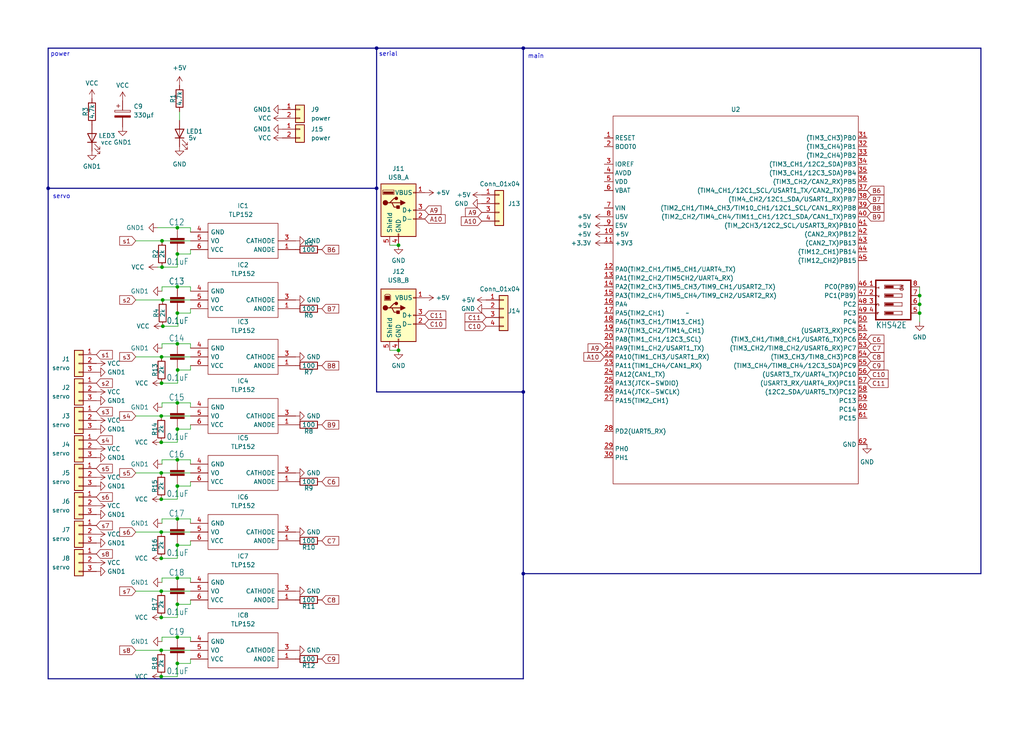
<source format=kicad_sch>
(kicad_sch (version 20231120) (generator "eeschema") (generator_version "8.0")
  (paper "User" 297.002 212.319)
  (title_block (title "ALTAIR_SERVO_MODULE_V2") (date "2024-02-26") (rev "2.0.0") (company "-Altair-"))
  (lib_symbols
    (symbol "Connector:USB_A" (pin_names (offset 1.016))
      (property "Reference" "J" (at -5.08 11.43 0))
      (property "Value" "USB_A" (at -5.08 8.89 0))
      (symbol "USB_A_1_1"
        (pin power_in line (at 7.62 5.08 180) (length 2.54) (name "VBUS") (number "1"))
        (pin bidirectional line (at 7.62 -2.54 180) (length 2.54) (name "D-") (number "2"))
        (pin bidirectional line (at 7.62 0 180) (length 2.54) (name "D+") (number "3"))
        (pin power_in line (at 0 -10.16 90) (length 2.54) (name "GND") (number "4"))
        (pin passive line (at -2.54 -10.16 90) (length 2.54) (name "Shield") (number "5"))
      )
    )
    (symbol "Connector:USB_B" (pin_names (offset 1.016))
      (property "Reference" "J" (at -5.08 11.43 0))
      (property "Value" "USB_B" (at -5.08 8.89 0))
      (symbol "USB_B_1_1"
        (pin power_out line (at 7.62 5.08 180) (length 2.54) (name "VBUS") (number "1"))
        (pin bidirectional line (at 7.62 -2.54 180) (length 2.54) (name "D-") (number "2"))
        (pin bidirectional line (at 7.62 0 180) (length 2.54) (name "D+") (number "3"))
        (pin power_out line (at 0 -10.16 90) (length 2.54) (name "GND") (number "4"))
        (pin passive line (at -2.54 -10.16 90) (length 2.54) (name "Shield") (number "5"))
      )
    )
    (symbol "Connector_Generic:Conn_01x02" (pin_names (offset 1.016) hide)
      (property "Reference" "J" (at 0 2.54 0))
      (property "Value" "Conn_01x02" (at 0 -5.08 0))
      (symbol "Conn_01x02_1_1"
        (pin passive line (at -5.08 0 0) (length 3.81) (name "Pin_1") (number "1"))
        (pin passive line (at -5.08 -2.54 0) (length 3.81) (name "Pin_2") (number "2"))
      )
    )
    (symbol "Connector_Generic:Conn_01x03" (pin_names (offset 1.016) hide)
      (property "Reference" "J" (at 0 5.08 0))
      (property "Value" "Conn_01x03" (at 0 -5.08 0))
      (symbol "Conn_01x03_1_1"
        (pin passive line (at -5.08 2.54 0) (length 3.81) (name "Pin_1") (number "1"))
        (pin passive line (at -5.08 0 0) (length 3.81) (name "Pin_2") (number "2"))
        (pin passive line (at -5.08 -2.54 0) (length 3.81) (name "Pin_3") (number "3"))
      )
    )
    (symbol "Connector_Generic:Conn_01x04" (pin_names (offset 1.016) hide)
      (property "Reference" "J" (at 0 5.08 0))
      (property "Value" "Conn_01x04" (at 0 -7.62 0))
      (symbol "Conn_01x04_1_1"
        (pin passive line (at -5.08 2.54 0) (length 3.81) (name "Pin_1") (number "1"))
        (pin passive line (at -5.08 0 0) (length 3.81) (name "Pin_2") (number "2"))
        (pin passive line (at -5.08 -2.54 0) (length 3.81) (name "Pin_3") (number "3"))
        (pin passive line (at -5.08 -5.08 0) (length 3.81) (name "Pin_4") (number "4"))
      )
    )
    (symbol "Device:C_Polarized" (pin_numbers hide) (pin_names (offset 0.254))
      (property "Reference" "C" (at 0.635 2.54 0))
      (property "Value" "C_Polarized" (at 0.635 -2.54 0))
      (symbol "C_Polarized_1_1"
        (pin passive line (at 0 3.81 270) (length 2.794) (name "~") (number "1"))
        (pin passive line (at 0 -3.81 90) (length 2.794) (name "~") (number "2"))
      )
    )
    (symbol "Device:LED" (pin_numbers hide) (pin_names (offset 1.016) hide)
      (property "Reference" "D" (at 0 2.54 0))
      (property "Value" "LED" (at 0 -2.54 0))
      (symbol "LED_1_1"
        (pin passive line (at -3.81 0 0) (length 2.54) (name "K") (number "1"))
        (pin passive line (at 3.81 0 180) (length 2.54) (name "A") (number "2"))
      )
    )
    (symbol "Device:R" (pin_numbers hide) (pin_names (offset 0))
      (property "Reference" "R" (at 2.032 0 90))
      (property "Value" "R" (at 0 0 90))
      (symbol "R_1_1"
        (pin passive line (at 0 3.81 270) (length 1.27) (name "~") (number "1"))
        (pin passive line (at 0 -3.81 90) (length 1.27) (name "~") (number "2"))
      )
    )
    (symbol "SamacSys_Parts:TLP152" (pin_names (offset 0.762))
      (property "Reference" "IC" (at 26.67 7.62 0))
      (property "Value" "TLP152" (at 26.67 5.08 0))
      (symbol "TLP152_0_0"
        (pin passive line (at 0 0 0) (length 5.08) (name "ANODE") (number "1"))
        (pin passive line (at 0 -2.54 0) (length 5.08) (name "CATHODE") (number "3"))
        (pin passive line (at 30.48 -5.08 180) (length 5.08) (name "GND") (number "4"))
        (pin passive line (at 30.48 -2.54 180) (length 5.08) (name "VO") (number "5"))
        (pin passive line (at 30.48 0 180) (length 5.08) (name "VCC") (number "6"))
      )
    )
    (symbol "power:+3.3V" (power) (pin_names (offset 0))
      (property "Value" "+3.3V" (at 0 3.556 0))
      (symbol "+3.3V_1_1"
        (pin power_in line (at 0 0 90) (length 0) hide (name "+3.3V") (number "1"))
      )
    )
    (symbol "power:+5V" (power) (pin_names (offset 0))
      (property "Value" "+5V" (at 0 3.556 0))
      (symbol "+5V_1_1"
        (pin power_in line (at 0 0 90) (length 0) hide (name "+5V") (number "1"))
      )
    )
    (symbol "power:GND" (power) (pin_names (offset 0))
      (property "Value" "GND" (at 0 -3.81 0))
      (symbol "GND_1_1"
        (pin power_in line (at 0 0 270) (length 0) hide (name "GND") (number "1"))
      )
    )
    (symbol "power:GND1" (power) (pin_names (offset 0))
      (property "Value" "GND1" (at 0 -3.81 0))
      (symbol "GND1_1_1"
        (pin power_in line (at 0 0 270) (length 0) hide (name "GND1") (number "1"))
      )
    )
    (symbol "power:VCC" (power) (pin_names (offset 0))
      (property "Value" "VCC" (at 0 3.81 0))
      (symbol "VCC_1_1"
        (pin power_in line (at 0 0 90) (length 0) hide (name "VCC") (number "1"))
      )
    )
    (symbol "stm32F446RE-Nucleo:STM32F446RE-Nucleo"
      (property "Reference" "U" (at 0 0 0))
      (symbol "STM32F446RE-Nucleo_1_1"
        (pin input line (at -24.13 50.8 0) (length 2.54) (name "RESET") (number "1"))
        (pin power_out line (at -24.13 22.86 0) (length 2.54) (name "+5V") (number "10"))
        (pin power_out line (at -24.13 20.32 0) (length 2.54) (name "+3V3") (number "11"))
        (pin bidirectional line (at -24.13 12.7 0) (length 2.54) (name "PA0(TIM2_CH1/TIM5_CH1/UART4_TX)") (number "12"))
        (pin bidirectional line (at -24.13 10.16 0) (length 2.54) (name "PA1(TIM2_CH2/TIM5CH2/UART4_RX)") (number "13"))
        (pin bidirectional line (at -24.13 7.62 0) (length 2.54) (name "PA2(TIM2_CH3/TIM5_CH3/TIM9_CH1/USART2_TX)") (number "14"))
        (pin bidirectional line (at -24.13 5.08 0) (length 2.54) (name "PA3(TIM2_CH4/TIM5_CH4/TIM9_CH2/USART2_RX)") (number "15"))
        (pin bidirectional line (at -24.13 2.54 0) (length 2.54) (name "PA4") (number "16"))
        (pin bidirectional line (at -24.13 0 0) (length 2.54) (name "PA5(TIM2_CH1)") (number "17"))
        (pin bidirectional line (at -24.13 -2.54 0) (length 2.54) (name "PA6(TIM3_CH1/TIM13_CH1)") (number "18"))
        (pin bidirectional line (at -24.13 -5.08 0) (length 2.54) (name "PA7(TIM3_CH2/TIM14_CH1)") (number "19"))
        (pin input line (at -24.13 48.26 0) (length 2.54) (name "BOOT0") (number "2"))
        (pin bidirectional line (at -24.13 -7.62 0) (length 2.54) (name "PA8(TIM1_CH1/12C3_SCL)") (number "20"))
        (pin bidirectional line (at -24.13 -10.16 0) (length 2.54) (name "PA9(TIM1_CH2/USART1_TX)") (number "21"))
        (pin bidirectional line (at -24.13 -12.7 0) (length 2.54) (name "PA10(TIM1_CH3/USART1_RX)") (number "22"))
        (pin bidirectional line (at -24.13 -15.24 0) (length 2.54) (name "PA11(TIM1_CH4/CAN1_RX)") (number "23"))
        (pin bidirectional line (at -24.13 -17.78 0) (length 2.54) (name "PA12(CAN1_TX)") (number "24"))
        (pin bidirectional line (at -24.13 -20.32 0) (length 2.54) (name "PA13(JTCK-SWDIO)") (number "25"))
        (pin bidirectional line (at -24.13 -22.86 0) (length 2.54) (name "PA14(JTCK-SWCLK)") (number "26"))
        (pin bidirectional line (at -24.13 -25.4 0) (length 2.54) (name "PA15(TIM2_CH1)") (number "27"))
        (pin bidirectional line (at -24.13 -34.29 0) (length 2.54) (name "PD2(UART5_RX)") (number "28"))
        (pin bidirectional line (at -24.13 -39.37 0) (length 2.54) (name "PH0") (number "29"))
        (pin input line (at -24.13 43.18 0) (length 2.54) (name "IOREF") (number "3"))
        (pin bidirectional line (at -24.13 -41.91 0) (length 2.54) (name "PH1") (number "30"))
        (pin bidirectional line (at 52.07 50.8 180) (length 2.54) (name "(TIM3_CH3)PB0") (number "31"))
        (pin bidirectional line (at 52.07 48.26 180) (length 2.54) (name "(TIM3_CH4)PB1") (number "32"))
        (pin bidirectional line (at 52.07 45.72 180) (length 2.54) (name "(TIM2_CH4)PB2") (number "33"))
        (pin bidirectional line (at 52.07 43.18 180) (length 2.54) (name "(TIM3_CH1/12C2_SDA)PB3") (number "34"))
        (pin bidirectional line (at 52.07 40.64 180) (length 2.54) (name "(TIM3_CH1/12C3_SDA)PB4") (number "35"))
        (pin bidirectional line (at 52.07 38.1 180) (length 2.54) (name "(TIM3_CH2/CAN2_RX)PB5") (number "36"))
        (pin bidirectional line (at 52.07 35.56 180) (length 2.54) (name "(TIM4_CH1/12C1_SCL/USART1_TX/CAN2_TX)PB6") (number "37"))
        (pin bidirectional line (at 52.07 33.02 180) (length 2.54) (name "(TIM4_CH2/12C1_SDA/USART1_RX)PB7") (number "38"))
        (pin bidirectional line (at 52.07 30.48 180) (length 2.54) (name "(TIM2_CH1/TIM4_CH3/TIM10_CH1/12C1_SCL/CAN1_RX)PB8") (number "39"))
        (pin input line (at -24.13 40.64 0) (length 2.54) (name "AVDD") (number "4"))
        (pin bidirectional line (at 52.07 27.94 180) (length 2.54) (name "(TIM2_CH2/TIM4_CH4/TIM11_CH1/12C1_SDA/CAN1_TX)PB9") (number "40"))
        (pin bidirectional line (at 52.07 25.4 180) (length 2.54) (name "(TIM_2CH3/12C2_SCL/USART3_RX)PB10") (number "41"))
        (pin bidirectional line (at 52.07 22.86 180) (length 2.54) (name "(CAN2_RX)PB12") (number "42"))
        (pin bidirectional line (at 52.07 20.32 180) (length 2.54) (name "(CAN2_TX)PB13") (number "43"))
        (pin bidirectional line (at 52.07 17.78 180) (length 2.54) (name "(TIM12_CH1)PB14") (number "44"))
        (pin bidirectional line (at 52.07 15.24 180) (length 2.54) (name "(TIM12_CH2)PB15") (number "45"))
        (pin bidirectional line (at 52.07 7.62 180) (length 2.54) (name "PC0(PB9)") (number "46"))
        (pin bidirectional line (at 52.07 5.08 180) (length 2.54) (name "PC1(PB9)") (number "47"))
        (pin bidirectional line (at 52.07 2.54 180) (length 2.54) (name "PC2") (number "48"))
        (pin bidirectional line (at 52.07 0 180) (length 2.54) (name "PC3") (number "49"))
        (pin input line (at -24.13 38.1 0) (length 2.54) (name "VDD") (number "5"))
        (pin bidirectional line (at 52.07 -2.54 180) (length 2.54) (name "PC4") (number "50"))
        (pin bidirectional line (at 52.07 -5.08 180) (length 2.54) (name "(USART3_RX)PC5") (number "51"))
        (pin bidirectional line (at 52.07 -7.62 180) (length 2.54) (name "(TIM3_CH1/TIM8_CH1/USART6_TX)PC6") (number "52"))
        (pin bidirectional line (at 52.07 -10.16 180) (length 2.54) (name "(TIM3_CH2/TIM8_CH2/USART6_RX)PC7") (number "53"))
        (pin bidirectional line (at 52.07 -12.7 180) (length 2.54) (name "(TIM3_CH3/TIM8_CH3)PC8") (number "54"))
        (pin bidirectional line (at 52.07 -15.24 180) (length 2.54) (name "(TIM3_CH4/TIM8_CH4/12C3_SDA)PC9") (number "55"))
        (pin bidirectional line (at 52.07 -17.78 180) (length 2.54) (name "(USART3_TX/UART4_TX)PC10") (number "56"))
        (pin bidirectional line (at 52.07 -20.32 180) (length 2.54) (name "(USART3_RX/UART4_RX)PC11") (number "57"))
        (pin bidirectional line (at 52.07 -22.86 180) (length 2.54) (name "(12C2_SDA/UART5_TX)PC12") (number "58"))
        (pin bidirectional line (at 52.07 -25.4 180) (length 2.54) (name "PC13") (number "59"))
        (pin input line (at -24.13 35.56 0) (length 2.54) (name "VBAT") (number "6"))
        (pin bidirectional line (at 52.07 -27.94 180) (length 2.54) (name "PC14") (number "60"))
        (pin bidirectional line (at 52.07 -30.48 180) (length 2.54) (name "PC15") (number "61"))
        (pin power_out line (at 52.07 -38.1 180) (length 2.54) (name "GND") (number "62"))
        (pin power_in line (at -24.13 30.48 0) (length 2.54) (name "VIN") (number "7"))
        (pin input line (at -24.13 27.94 0) (length 2.54) (name "U5V") (number "8"))
        (pin input line (at -24.13 25.4 0) (length 2.54) (name "E5V") (number "9"))
      )
    )
    (symbol "ver1-eagle-import:C-EUC0603"
      (property "Reference" "C" (at 1.524 0.381 0))
      (symbol "C-EUC0603_1_0"
        (pin passive line (at 0 2.54 270) (length 2.54) (name "1") (number "1"))
        (pin passive line (at 0 -5.08 90) (length 2.54) (name "2") (number "2"))
      )
    )
    (symbol "ver1-eagle-import:KHS42E"
      (symbol "KHS42E_1_0"
        (text "1" (at -2.794 -4.064 0) (effects (font (size 0.9906 0.842) (thickness 0.1684) (bold yes)) (justify left bottom)))
        (text "2" (at -0.381 -4.064 0) (effects (font (size 0.9906 0.842) (thickness 0.1684) (bold yes)) (justify left bottom)))
        (text "3" (at 2.159 -4.064 0) (effects (font (size 0.9906 0.842) (thickness 0.1684) (bold yes)) (justify left bottom)))
        (text "4" (at 4.572 -4.064 0) (effects (font (size 0.9906 0.842) (thickness 0.1684) (bold yes)) (justify left bottom)))
        (text "ON" (at -3.302 3.048 0) (effects (font (size 0.9906 0.842) (thickness 0.1684) (bold yes)) (justify left bottom)))
        (pin passive line (at -2.54 -7.62 90) (length 2.54) (name "1") (number "1"))
        (pin passive line (at 0 -7.62 90) (length 2.54) (name "2") (number "2"))
        (pin passive line (at 2.54 -7.62 90) (length 2.54) (name "3") (number "3"))
        (pin passive line (at 5.08 -7.62 90) (length 2.54) (name "4") (number "4"))
        (pin passive line (at 5.08 7.62 270) (length 2.54) (name "5") (number "5"))
        (pin passive line (at 2.54 7.62 270) (length 2.54) (name "6") (number "6"))
        (pin passive line (at 0 7.62 270) (length 2.54) (name "7") (number "7"))
        (pin passive line (at -2.54 7.62 270) (length 2.54) (name "8") (number "8"))
      )
    )
  )
  (junction (at 51.4393 175.26))
  (junction (at 109.22 13.97))
  (junction (at 46.7665 144.78))
  (junction (at 51.435 158.115))
  (junction (at 51.5186 107.315))
  (junction (at 46.99 69.85))
  (junction (at 51.435 83.185))
  (junction (at 46.7665 120.65))
  (junction (at 51.435 124.46))
  (junction (at 46.99 77.47))
  (junction (at 266.7 88.265))
  (junction (at 151.765 13.97))
  (junction (at 151.765 166.37))
  (junction (at 51.435 90.805))
  (junction (at 115.57 71.12))
  (junction (at 51.435 192.405))
  (junction (at 46.7665 128.27))
  (junction (at 47.1805 86.995))
  (junction (at 46.7665 188.595))
  (junction (at 51.435 150.495))
  (junction (at 13.97 54.61))
  (junction (at 51.435 66.04))
  (junction (at 47.2224 94.615))
  (junction (at 51.435 99.695))
  (junction (at 46.8501 103.505))
  (junction (at 51.435 116.84))
  (junction (at 46.7665 137.16))
  (junction (at 51.435 73.66))
  (junction (at 266.7 85.725))
  (junction (at 46.7665 161.925))
  (junction (at 51.435 184.785))
  (junction (at 266.7 90.805))
  (junction (at 151.765 113.665))
  (junction (at 46.8501 111.125))
  (junction (at 46.7708 171.45))
  (junction (at 46.7708 179.07))
  (junction (at 46.7665 196.215))
  (junction (at 46.7665 154.305))
  (junction (at 51.435 133.35))
  (junction (at 109.22 54.61))
  (junction (at 51.435 167.64))
  (junction (at 51.435 140.97))
  (junction (at 115.57 101.6))
  (wire (pts (xy 113.03 71.12) (xy 115.57 71.12)))
  (wire (pts (xy 46.7708 171.45) (xy 55.245 171.45)))
  (wire (pts (xy 46.99 116.84) (xy 46.99 118.11)))
  (wire (pts (xy 51.4393 175.26) (xy 55.245 175.26)))
  (wire (pts (xy 55.245 150.495) (xy 55.245 151.765)))
  (wire (pts (xy 55.245 158.115) (xy 55.245 156.845)))
  (bus (pts (xy 284.48 166.37) (xy 151.765 166.37)))
  (wire (pts (xy 51.435 133.35) (xy 55.245 133.35)))
  (wire (pts (xy 46.7665 154.305) (xy 55.245 154.305)))
  (wire (pts (xy 55.245 133.35) (xy 55.245 134.62)))
  (wire (pts (xy 51.435 192.405) (xy 55.245 192.405)))
  (wire (pts (xy 55.245 175.26) (xy 55.245 173.99)))
  (wire (pts (xy 45.72 77.47) (xy 46.99 77.47)))
  (wire (pts (xy 46.99 167.64) (xy 46.99 168.91)))
  (bus (pts (xy 13.97 13.97) (xy 109.22 13.97)))
  (wire (pts (xy 51.435 77.47) (xy 51.435 73.66)))
  (bus (pts (xy 151.765 113.665) (xy 151.765 166.37)))
  (wire (pts (xy 47.1805 94.615) (xy 47.2224 94.615)))
  (wire (pts (xy 51.435 158.115) (xy 55.245 158.115)))
  (wire (pts (xy 46.99 99.695) (xy 51.435 99.695)))
  (wire (pts (xy 51.4393 179.07) (xy 46.7708 179.07)))
  (wire (pts (xy 46.7665 137.16) (xy 55.245 137.16)))
  (wire (pts (xy 266.7 85.725) (xy 266.7 88.265)) (stroke (width 0.1524)))
  (wire (pts (xy 39.37 103.505) (xy 46.8501 103.505)))
  (wire (pts (xy 52.07 32.385) (xy 52.07 34.925)) (stroke (width 0.1524)))
  (wire (pts (xy 55.245 73.66) (xy 55.245 72.39)))
  (bus (pts (xy 13.97 13.97) (xy 13.97 54.61)))
  (bus (pts (xy 13.97 54.61) (xy 13.97 196.85)))
  (wire (pts (xy 46.99 150.495) (xy 51.435 150.495)))
  (wire (pts (xy 55.245 124.46) (xy 55.245 123.19)))
  (wire (pts (xy 51.435 83.185) (xy 55.245 83.185)))
  (wire (pts (xy 51.435 124.46) (xy 51.435 128.27)))
  (wire (pts (xy 46.99 77.47) (xy 51.435 77.47)))
  (bus (pts (xy 109.22 54.61) (xy 109.22 13.97)))
  (bus (pts (xy 151.765 13.97) (xy 151.765 113.665)))
  (wire (pts (xy 51.435 73.66) (xy 55.245 73.66)))
  (wire (pts (xy 47.1805 86.995) (xy 55.245 86.995)))
  (wire (pts (xy 51.435 167.64) (xy 55.245 167.64)))
  (wire (pts (xy 51.435 66.04) (xy 55.245 66.04)))
  (wire (pts (xy 51.6255 93.98) (xy 51.435 93.98)))
  (wire (pts (xy 51.435 184.785) (xy 55.245 184.785)))
  (bus (pts (xy 109.22 13.97) (xy 151.765 13.97)))
  (wire (pts (xy 51.435 116.84) (xy 55.245 116.84)))
  (wire (pts (xy 46.99 83.185) (xy 51.435 83.185)))
  (wire (pts (xy 51.435 124.46) (xy 55.245 124.46)))
  (bus (pts (xy 13.97 196.85) (xy 151.765 196.85)))
  (wire (pts (xy 39.37 137.16) (xy 46.7665 137.16)))
  (bus (pts (xy 13.97 54.61) (xy 109.22 54.61)))
  (wire (pts (xy 266.7 88.265) (xy 266.7 90.805)) (stroke (width 0.1524)))
  (wire (pts (xy 55.245 66.04) (xy 55.245 67.31)))
  (wire (pts (xy 39.37 188.595) (xy 46.7665 188.595)))
  (bus (pts (xy 151.765 13.97) (xy 284.48 13.97)))
  (wire (pts (xy 51.435 128.27) (xy 46.7665 128.27)))
  (wire (pts (xy 51.435 140.97) (xy 51.435 144.78)))
  (bus (pts (xy 151.765 196.85) (xy 151.765 166.37)))
  (wire (pts (xy 46.99 99.695) (xy 46.99 100.965)))
  (wire (pts (xy 55.245 140.97) (xy 55.245 139.7)))
  (wire (pts (xy 51.4393 175.26) (xy 51.4393 179.07)))
  (wire (pts (xy 51.435 175.26) (xy 51.4393 175.26)))
  (wire (pts (xy 51.435 116.84) (xy 46.99 116.84)))
  (wire (pts (xy 47.2224 94.615) (xy 51.6255 94.615)))
  (wire (pts (xy 39.37 154.305) (xy 46.7665 154.305)))
  (wire (pts (xy 51.435 161.925) (xy 46.7665 161.925)))
  (wire (pts (xy 51.5186 111.125) (xy 46.8501 111.125)))
  (wire (pts (xy 39.37 86.995) (xy 47.1805 86.995)))
  (wire (pts (xy 39.37 120.65) (xy 46.7665 120.65)))
  (wire (pts (xy 51.6255 94.615) (xy 51.6255 93.98)))
  (wire (pts (xy 113.03 101.6) (xy 115.57 101.6)))
  (wire (pts (xy 45.72 66.04) (xy 51.435 66.04)))
  (bus (pts (xy 109.22 54.61) (xy 109.22 113.665)))
  (bus (pts (xy 109.22 113.665) (xy 151.765 113.665)))
  (wire (pts (xy 46.99 83.185) (xy 46.99 84.455)))
  (wire (pts (xy 46.99 184.785) (xy 51.435 184.785)))
  (wire (pts (xy 51.435 196.215) (xy 46.7665 196.215)))
  (wire (pts (xy 39.37 69.85) (xy 46.99 69.85)))
  (wire (pts (xy 51.435 93.98) (xy 51.435 90.805)))
  (wire (pts (xy 55.245 192.405) (xy 55.245 191.135)))
  (wire (pts (xy 55.245 107.315) (xy 55.245 106.045)))
  (wire (pts (xy 51.435 99.695) (xy 55.245 99.695)))
  (wire (pts (xy 55.245 90.805) (xy 55.245 89.535)))
  (wire (pts (xy 51.435 192.405) (xy 51.435 196.215)))
  (wire (pts (xy 51.435 158.115) (xy 51.435 161.925)))
  (wire (pts (xy 51.435 140.97) (xy 55.245 140.97)))
  (wire (pts (xy 46.99 167.64) (xy 51.435 167.64)))
  (wire (pts (xy 55.245 83.185) (xy 55.245 84.455)))
  (wire (pts (xy 266.7 90.805) (xy 266.7 93.345)) (stroke (width 0.1524)))
  (wire (pts (xy 55.245 116.84) (xy 55.245 118.11)))
  (wire (pts (xy 46.99 184.785) (xy 46.99 186.055)))
  (bus (pts (xy 284.48 13.97) (xy 284.48 166.37)))
  (wire (pts (xy 51.435 107.315) (xy 51.5186 107.315)))
  (wire (pts (xy 55.245 184.785) (xy 55.245 186.055)))
  (wire (pts (xy 51.435 150.495) (xy 55.245 150.495)))
  (wire (pts (xy 46.99 133.35) (xy 51.435 133.35)))
  (wire (pts (xy 51.5186 107.315) (xy 51.5186 111.125)))
  (wire (pts (xy 46.8501 103.505) (xy 55.245 103.505)))
  (wire (pts (xy 46.7665 188.595) (xy 55.245 188.595)))
  (wire (pts (xy 39.37 171.45) (xy 46.7708 171.45)))
  (wire (pts (xy 51.435 144.78) (xy 46.7665 144.78)))
  (wire (pts (xy 51.5186 107.315) (xy 55.245 107.315)))
  (wire (pts (xy 51.435 90.805) (xy 55.245 90.805)))
  (wire (pts (xy 46.99 133.35) (xy 46.99 134.62)))
  (wire (pts (xy 266.7 83.185) (xy 266.7 85.725)) (stroke (width 0.1524)))
  (wire (pts (xy 55.245 167.64) (xy 55.245 168.91)))
  (wire (pts (xy 46.99 69.85) (xy 55.245 69.85)))
  (wire (pts (xy 55.245 99.695) (xy 55.245 100.965)))
  (wire (pts (xy 46.7665 120.65) (xy 55.245 120.65)))
  (wire (pts (xy 46.99 150.495) (xy 46.99 151.765)))
  (text "serial" (at 109.855 16.51 0) (effects (font (size 1.27 1.27)) (justify left bottom)))
  (text "main\n" (at 153.035 17.145 0) (effects (font (size 1.27 1.27)) (justify left bottom)))
  (text "power\n" (at 14.605 16.51 0) (effects (font (size 1.27 1.27)) (justify left bottom)))
  (text "servo" (at 15.24 57.785 0) (effects (font (size 1.27 1.27)) (justify left bottom)))
  (global_label "C7" (shape input) (at 251.46 100.965 0) (property "Intersheetrefs" "${INTERSHEET_REFS}" (effects (hide yes))))
  (global_label "s4" (shape input) (at 39.37 120.65 180) (property "Intersheetrefs" "${INTERSHEET_REFS}" (effects (hide yes))))
  (global_label "s1" (shape input) (at 39.37 69.85 180) (property "Intersheetrefs" "${INTERSHEET_REFS}" (effects (hide yes))))
  (global_label "C8" (shape input) (at 251.46 103.505 0) (property "Intersheetrefs" "${INTERSHEET_REFS}" (effects (hide yes))))
  (global_label "C11" (shape input) (at 251.46 111.125 0) (property "Intersheetrefs" "${INTERSHEET_REFS}" (effects (hide yes))))
  (global_label "C9" (shape input) (at 93.345 191.135 0) (property "Intersheetrefs" "${INTERSHEET_REFS}" (effects (hide yes))))
  (global_label "B8" (shape input) (at 251.46 60.325 0) (property "Intersheetrefs" "${INTERSHEET_REFS}" (effects (hide yes))))
  (global_label "C11" (shape input) (at 140.97 92.075 180) (property "Intersheetrefs" "${INTERSHEET_REFS}" (effects (hide yes))))
  (global_label "s4" (shape input) (at 27.94 127.635 0) (property "Intersheetrefs" "${INTERSHEET_REFS}" (effects (hide yes))))
  (global_label "C11" (shape input) (at 123.19 91.44 0) (property "Intersheetrefs" "${INTERSHEET_REFS}" (effects (hide yes))))
  (global_label "B6" (shape input) (at 93.345 72.39 0) (property "Intersheetrefs" "${INTERSHEET_REFS}" (effects (hide yes))))
  (global_label "s1" (shape input) (at 27.94 102.87 0) (property "Intersheetrefs" "${INTERSHEET_REFS}" (effects (hide yes))))
  (global_label "s8" (shape input) (at 27.94 160.655 0) (property "Intersheetrefs" "${INTERSHEET_REFS}" (effects (hide yes))))
  (global_label "A9" (shape input) (at 139.7 61.595 180) (property "Intersheetrefs" "${INTERSHEET_REFS}" (effects (hide yes))))
  (global_label "s2" (shape input) (at 39.37 86.995 180) (property "Intersheetrefs" "${INTERSHEET_REFS}" (effects (hide yes))))
  (global_label "s6" (shape input) (at 27.94 144.145 0) (property "Intersheetrefs" "${INTERSHEET_REFS}" (effects (hide yes))))
  (global_label "A9" (shape input) (at 175.26 100.965 180) (property "Intersheetrefs" "${INTERSHEET_REFS}" (effects (hide yes))))
  (global_label "B9" (shape input) (at 251.46 62.865 0) (property "Intersheetrefs" "${INTERSHEET_REFS}" (effects (hide yes))))
  (global_label "s3" (shape input) (at 27.94 119.38 0) (property "Intersheetrefs" "${INTERSHEET_REFS}" (effects (hide yes))))
  (global_label "C10" (shape input) (at 251.46 108.585 0) (property "Intersheetrefs" "${INTERSHEET_REFS}" (effects (hide yes))))
  (global_label "C9" (shape input) (at 251.46 106.045 0) (property "Intersheetrefs" "${INTERSHEET_REFS}" (effects (hide yes))))
  (global_label "A10" (shape input) (at 139.7 64.135 180) (property "Intersheetrefs" "${INTERSHEET_REFS}" (effects (hide yes))))
  (global_label "C6" (shape input) (at 93.345 139.7 0) (property "Intersheetrefs" "${INTERSHEET_REFS}" (effects (hide yes))))
  (global_label "A9" (shape input) (at 123.19 60.96 0) (property "Intersheetrefs" "${INTERSHEET_REFS}" (effects (hide yes))))
  (global_label "B7" (shape input) (at 93.345 89.535 0) (property "Intersheetrefs" "${INTERSHEET_REFS}" (effects (hide yes))))
  (global_label "B6" (shape input) (at 251.46 55.245 0) (property "Intersheetrefs" "${INTERSHEET_REFS}" (effects (hide yes))))
  (global_label "s6" (shape input) (at 39.37 154.305 180) (property "Intersheetrefs" "${INTERSHEET_REFS}" (effects (hide yes))))
  (global_label "C10" (shape input) (at 123.19 93.98 0) (property "Intersheetrefs" "${INTERSHEET_REFS}" (effects (hide yes))))
  (global_label "B9" (shape input) (at 93.345 123.19 0) (property "Intersheetrefs" "${INTERSHEET_REFS}" (effects (hide yes))))
  (global_label "s7" (shape input) (at 27.94 152.4 0) (property "Intersheetrefs" "${INTERSHEET_REFS}" (effects (hide yes))))
  (global_label "s7" (shape input) (at 39.37 171.45 180) (property "Intersheetrefs" "${INTERSHEET_REFS}" (effects (hide yes))))
  (global_label "C10" (shape input) (at 140.97 94.615 180) (property "Intersheetrefs" "${INTERSHEET_REFS}" (effects (hide yes))))
  (global_label "C8" (shape input) (at 93.345 173.99 0) (property "Intersheetrefs" "${INTERSHEET_REFS}" (effects (hide yes))))
  (global_label "A10" (shape input) (at 123.19 63.5 0) (property "Intersheetrefs" "${INTERSHEET_REFS}" (effects (hide yes))))
  (global_label "C7" (shape input) (at 93.345 156.845 0) (property "Intersheetrefs" "${INTERSHEET_REFS}" (effects (hide yes))))
  (global_label "B8" (shape input) (at 93.345 106.045 0) (property "Intersheetrefs" "${INTERSHEET_REFS}" (effects (hide yes))))
  (global_label "B7" (shape input) (at 251.46 57.785 0) (property "Intersheetrefs" "${INTERSHEET_REFS}" (effects (hide yes))))
  (global_label "s5" (shape input) (at 27.94 135.89 0) (property "Intersheetrefs" "${INTERSHEET_REFS}" (effects (hide yes))))
  (global_label "C6" (shape input) (at 251.46 98.425 0) (property "Intersheetrefs" "${INTERSHEET_REFS}" (effects (hide yes))))
  (global_label "s2" (shape input) (at 27.94 111.125 0) (property "Intersheetrefs" "${INTERSHEET_REFS}" (effects (hide yes))))
  (global_label "s5" (shape input) (at 39.37 137.16 180) (property "Intersheetrefs" "${INTERSHEET_REFS}" (effects (hide yes))))
  (global_label "A10" (shape input) (at 175.26 103.505 180) (property "Intersheetrefs" "${INTERSHEET_REFS}" (effects (hide yes))))
  (global_label "s8" (shape input) (at 39.37 188.595 180) (property "Intersheetrefs" "${INTERSHEET_REFS}" (effects (hide yes))))
  (global_label "s3" (shape input) (at 39.37 103.505 180) (property "Intersheetrefs" "${INTERSHEET_REFS}" (effects (hide yes))))
  (symbol (lib_id "power:VCC") (at 27.94 163.195 270) (unit 1)
    (property "Reference" "#PWR039" (effects (hide yes)))
    (property "Value" "VCC" (at 31.115 163.195 90) (effects (justify left)))
  )
  (symbol (lib_id "ver1-eagle-import:C-EUC0603") (at 51.435 102.235 0) (unit 1)
    (property "Reference" "C14" (at 48.895 99.06 0) (effects (font (size 1.778 1.5113)) (justify left bottom)))
    (property "Value" "0.1uF" (at 48.26 110.49 0) (effects (font (size 1.778 1.5113)) (justify left bottom)))
    (property "Footprint" "Capacitor_SMD:C_0603_1608Metric" (effects (hide yes)))
  )
  (symbol (lib_id "power:GND1") (at 46.99 151.765 270) (unit 1)
    (property "Reference" "#PWR061" (effects (hide yes)))
    (property "Value" "GND1" (at 43.18 151.765 90) (effects (justify right)))
  )
  (symbol (lib_id "power:GND1") (at 27.94 107.95 90) (unit 1)
    (property "Reference" "#PWR049" (effects (hide yes)))
    (property "Value" "GND1" (at 31.115 107.95 90) (effects (justify right)))
  )
  (symbol (lib_id "power:+5V") (at 175.26 62.865 90) (unit 1)
    (property "Reference" "#PWR03" (effects (hide yes)))
    (property "Value" "+5V" (at 171.45 62.865 90) (effects (justify left)))
  )
  (symbol (lib_id "SamacSys_Parts:TLP152") (at 85.725 89.535 180) (unit 1)
    (property "Reference" "IC2" (at 70.485 76.835 0))
    (property "Value" "TLP152" (at 70.485 79.375 0))
    (property "Footprint" "SamacSys_Parts:11-4L1S_5-PIN-SOIC_" (effects (hide yes)))
    (property "Datasheet" "https://toshiba.semicon-storage.com/info/docget.jsp?did=13615&prodName=TLP152" (effects (hide yes)))
    (property "Description" "Toshiba TLP152 DC Input IC Output Optocoupler, Surface Mount, 5-Pin SOIC" (effects (hide yes)))
    (property "Manufacturer_Name" "Toshiba" (effects (hide yes)))
    (property "Manufacturer_Part_Number" "TLP152" (effects (hide yes)))
    (property "Mouser Part Number" "N/A" (effects (hide yes)))
    (property "Mouser Price/Stock" "https://www.mouser.co.uk/ProductDetail/Toshiba/TLP152?qs=By6Nw2ByBD2GUhMLt%252Br11A%3D%3D" (effects (hide yes)))
  )
  (symbol (lib_id "power:VCC") (at 46.7665 196.215 90) (unit 1)
    (property "Reference" "#PWR011" (effects (hide yes)))
    (property "Value" "VCC" (at 42.9565 196.215 90) (effects (justify left)))
  )
  (symbol (lib_id "SamacSys_Parts:TLP152") (at 85.725 106.045 180) (unit 1)
    (property "Reference" "IC3" (at 70.485 93.345 0))
    (property "Value" "TLP152" (at 70.485 95.885 0))
    (property "Footprint" "SamacSys_Parts:11-4L1S_5-PIN-SOIC_" (effects (hide yes)))
    (property "Datasheet" "https://toshiba.semicon-storage.com/info/docget.jsp?did=13615&prodName=TLP152" (effects (hide yes)))
    (property "Description" "Toshiba TLP152 DC Input IC Output Optocoupler, Surface Mount, 5-Pin SOIC" (effects (hide yes)))
    (property "Manufacturer_Name" "Toshiba" (effects (hide yes)))
    (property "Manufacturer_Part_Number" "TLP152" (effects (hide yes)))
    (property "Mouser Part Number" "N/A" (effects (hide yes)))
    (property "Mouser Price/Stock" "https://www.mouser.co.uk/ProductDetail/Toshiba/TLP152?qs=By6Nw2ByBD2GUhMLt%252Br11A%3D%3D" (effects (hide yes)))
  )
  (symbol (lib_id "power:GND") (at 85.725 120.65 90) (mirror x) (unit 1)
    (property "Reference" "#PWR058" (effects (hide yes)))
    (property "Value" "GND" (at 88.9 120.65 90) (effects (justify right)))
  )
  (symbol (lib_id "power:GND") (at 139.7 59.055 270) (unit 1)
    (property "Reference" "#PWR025" (effects (hide yes)))
    (property "Value" "GND" (at 135.89 59.055 90) (effects (justify right)))
  )
  (symbol (lib_id "power:GND1") (at 46.99 168.91 270) (unit 1)
    (property "Reference" "#PWR065" (effects (hide yes)))
    (property "Value" "GND1" (at 43.18 168.91 90) (effects (justify right)))
  )
  (symbol (lib_id "Connector_Generic:Conn_01x03") (at 22.86 105.41 0) (mirror y) (unit 1)
    (property "Reference" "J1" (at 20.32 104.14 0) (effects (justify left)))
    (property "Value" "servo" (at 20.32 106.68 0) (effects (justify left)))
    (property "Footprint" "Connector_JST:JST_XA_S03B-XASK-1_1x03_P2.50mm_Horizontal" (effects (hide yes)))
  )
  (symbol (lib_id "power:VCC") (at 81.915 40.005 90) (unit 1)
    (property "Reference" "#PWR076" (effects (hide yes)))
    (property "Value" "VCC" (at 78.74 40.005 90) (effects (justify left)))
  )
  (symbol (lib_id "power:GND") (at 115.57 101.6 0) (unit 1)
    (property "Reference" "#PWR075" (effects (hide yes)))
    (property "Value" "GND" (at 115.57 106.045 0))
  )
  (symbol (lib_id "Device:LED") (at 26.67 40.005 90) (unit 1)
    (property "Reference" "LED3" (at 28.575 39.37 90) (effects (justify right)))
    (property "Value" "vcc" (at 29.21 41.275 90) (effects (justify right)))
    (property "Footprint" "LED_SMD:LED_0603_1608Metric" (effects (hide yes)))
  )
  (symbol (lib_id "Connector_Generic:Conn_01x03") (at 22.86 154.94 0) (mirror y) (unit 1)
    (property "Reference" "J7" (at 20.32 153.67 0) (effects (justify left)))
    (property "Value" "servo" (at 20.32 156.21 0) (effects (justify left)))
    (property "Footprint" "Connector_JST:JST_XA_S03B-XASK-1_1x03_P2.50mm_Horizontal" (effects (hide yes)))
  )
  (symbol (lib_id "power:GND1") (at 26.67 43.815 0) (unit 1)
    (property "Reference" "#PWR028" (effects (hide yes)))
    (property "Value" "GND1" (at 26.67 48.26 0))
  )
  (symbol (lib_id "power:+5V") (at 52.07 24.765 0) (unit 1)
    (property "Reference" "#PWR027" (effects (hide yes)))
    (property "Value" "+5V" (at 52.07 19.685 0))
  )
  (symbol (lib_id "power:GND1") (at 27.94 165.735 90) (unit 1)
    (property "Reference" "#PWR045" (effects (hide yes)))
    (property "Value" "GND1" (at 31.115 165.735 90) (effects (justify right)))
  )
  (symbol (lib_id "SamacSys_Parts:TLP152") (at 85.725 123.19 180) (unit 1)
    (property "Reference" "IC4" (at 70.485 110.49 0))
    (property "Value" "TLP152" (at 70.485 113.03 0))
    (property "Footprint" "SamacSys_Parts:11-4L1S_5-PIN-SOIC_" (effects (hide yes)))
    (property "Datasheet" "https://toshiba.semicon-storage.com/info/docget.jsp?did=13615&prodName=TLP152" (effects (hide yes)))
    (property "Description" "Toshiba TLP152 DC Input IC Output Optocoupler, Surface Mount, 5-Pin SOIC" (effects (hide yes)))
    (property "Manufacturer_Name" "Toshiba" (effects (hide yes)))
    (property "Manufacturer_Part_Number" "TLP152" (effects (hide yes)))
    (property "Mouser Part Number" "N/A" (effects (hide yes)))
    (property "Mouser Price/Stock" "https://www.mouser.co.uk/ProductDetail/Toshiba/TLP152?qs=By6Nw2ByBD2GUhMLt%252Br11A%3D%3D" (effects (hide yes)))
  )
  (symbol (lib_id "Connector_Generic:Conn_01x02") (at 86.995 37.465 0) (unit 1)
    (property "Reference" "J15" (at 90.17 37.465 0) (effects (justify left)))
    (property "Value" "power" (at 90.17 40.005 0) (effects (justify left)))
    (property "Footprint" "Connector_AMASS:AMASS_XT60PW-M_1x02_P7.20mm_Horizontal" (effects (hide yes)))
  )
  (symbol (lib_id "power:GND1") (at 46.99 134.62 270) (unit 1)
    (property "Reference" "#PWR059" (effects (hide yes)))
    (property "Value" "GND1" (at 43.18 134.62 90) (effects (justify right)))
  )
  (symbol (lib_id "power:GND1") (at 46.99 100.965 270) (unit 1)
    (property "Reference" "#PWR053" (effects (hide yes)))
    (property "Value" "GND1" (at 43.18 100.965 90) (effects (justify right)))
  )
  (symbol (lib_id "Device:R") (at 89.535 191.135 90) (mirror x) (unit 1)
    (property "Reference" "R12" (at 89.535 193.04 90))
    (property "Value" "100" (at 89.535 191.135 90))
    (property "Footprint" "Resistor_SMD:R_0603_1608Metric" (effects (hide yes)))
  )
  (symbol (lib_id "power:GND") (at 85.725 154.305 90) (mirror x) (unit 1)
    (property "Reference" "#PWR064" (effects (hide yes)))
    (property "Value" "GND" (at 88.9 154.305 90) (effects (justify right)))
  )
  (symbol (lib_id "SamacSys_Parts:TLP152") (at 85.725 173.99 180) (unit 1)
    (property "Reference" "IC7" (at 70.485 161.29 0))
    (property "Value" "TLP152" (at 70.485 163.83 0))
    (property "Footprint" "SamacSys_Parts:11-4L1S_5-PIN-SOIC_" (effects (hide yes)))
    (property "Datasheet" "https://toshiba.semicon-storage.com/info/docget.jsp?did=13615&prodName=TLP152" (effects (hide yes)))
    (property "Description" "Toshiba TLP152 DC Input IC Output Optocoupler, Surface Mount, 5-Pin SOIC" (effects (hide yes)))
    (property "Manufacturer_Name" "Toshiba" (effects (hide yes)))
    (property "Manufacturer_Part_Number" "TLP152" (effects (hide yes)))
    (property "Mouser Part Number" "N/A" (effects (hide yes)))
    (property "Mouser Price/Stock" "https://www.mouser.co.uk/ProductDetail/Toshiba/TLP152?qs=By6Nw2ByBD2GUhMLt%252Br11A%3D%3D" (effects (hide yes)))
  )
  (symbol (lib_id "power:GND1") (at 46.99 118.11 270) (unit 1)
    (property "Reference" "#PWR055" (effects (hide yes)))
    (property "Value" "GND1" (at 43.18 118.11 90) (effects (justify right)))
  )
  (symbol (lib_id "power:GND") (at 85.725 171.45 90) (mirror x) (unit 1)
    (property "Reference" "#PWR069" (effects (hide yes)))
    (property "Value" "GND" (at 88.9 171.45 90) (effects (justify right)))
  )
  (symbol (lib_id "ver1-eagle-import:C-EUC0603") (at 51.435 170.18 0) (unit 1)
    (property "Reference" "C18" (at 48.895 167.005 0) (effects (font (size 1.778 1.5113)) (justify left bottom)))
    (property "Value" "0.1uF" (at 48.26 178.435 0) (effects (font (size 1.778 1.5113)) (justify left bottom)))
    (property "Footprint" "Capacitor_SMD:C_0603_1608Metric" (effects (hide yes)))
  )
  (symbol (lib_id "Device:R") (at 46.7665 192.405 180) (unit 1)
    (property "Reference" "R18" (at 44.8615 192.405 90))
    (property "Value" "2k" (at 46.7665 192.405 90))
    (property "Footprint" "Resistor_SMD:R_0603_1608Metric" (effects (hide yes)))
  )
  (symbol (lib_id "power:GND1") (at 46.99 186.055 270) (unit 1)
    (property "Reference" "#PWR067" (effects (hide yes)))
    (property "Value" "GND1" (at 43.18 186.055 90) (effects (justify right)))
  )
  (symbol (lib_id "power:VCC") (at 27.94 146.685 270) (unit 1)
    (property "Reference" "#PWR037" (effects (hide yes)))
    (property "Value" "VCC" (at 31.115 146.685 90) (effects (justify left)))
  )
  (symbol (lib_id "power:GND") (at 85.725 103.505 90) (mirror x) (unit 1)
    (property "Reference" "#PWR057" (effects (hide yes)))
    (property "Value" "GND" (at 88.9 103.505 90) (effects (justify right)))
  )
  (symbol (lib_id "Device:R") (at 89.535 106.045 90) (mirror x) (unit 1)
    (property "Reference" "R7" (at 89.535 107.95 90))
    (property "Value" "100" (at 89.535 106.045 90))
    (property "Footprint" "Resistor_SMD:R_0603_1608Metric" (effects (hide yes)))
  )
  (symbol (lib_id "Device:R") (at 46.7708 175.26 180) (unit 1)
    (property "Reference" "R17" (at 44.8658 175.26 90))
    (property "Value" "2k" (at 46.7708 175.26 90))
    (property "Footprint" "Resistor_SMD:R_0603_1608Metric" (effects (hide yes)))
  )
  (symbol (lib_id "power:VCC") (at 27.94 130.175 270) (unit 1)
    (property "Reference" "#PWR035" (effects (hide yes)))
    (property "Value" "VCC" (at 31.115 130.175 90) (effects (justify left)))
  )
  (symbol (lib_id "power:GND") (at 266.7 93.345 0) (mirror y) (unit 1)
    (property "Reference" "#PWR012" (effects (hide yes)))
    (property "Value" "GND" (at 266.7 97.79 0))
  )
  (symbol (lib_id "power:+5V") (at 140.97 86.995 90) (mirror x) (unit 1)
    (property "Reference" "#PWR030" (effects (hide yes)))
    (property "Value" "+5V" (at 137.795 86.995 90) (effects (justify left)))
  )
  (symbol (lib_id "power:GND1") (at 27.94 116.205 90) (unit 1)
    (property "Reference" "#PWR040" (effects (hide yes)))
    (property "Value" "GND1" (at 31.115 116.205 90) (effects (justify right)))
  )
  (symbol (lib_id "ver1-eagle-import:C-EUC0603") (at 51.435 135.89 0) (unit 1)
    (property "Reference" "C16" (at 48.895 132.715 0) (effects (font (size 1.778 1.5113)) (justify left bottom)))
    (property "Value" "0.1uF" (at 48.26 144.145 0) (effects (font (size 1.778 1.5113)) (justify left bottom)))
    (property "Footprint" "Capacitor_SMD:C_0603_1608Metric" (effects (hide yes)))
  )
  (symbol (lib_id "ver1-eagle-import:KHS42E") (at 259.08 85.725 270) (unit 1)
    (property "Reference" "S2" (effects (hide yes)))
    (property "Value" "KHS42E" (at 254 95.25 90) (effects (font (size 1.778 1.5113)) (justify left bottom)))
    (property "Footprint" "SamacSys_Parts:SOIC127P600X175-8N" (effects (hide yes)))
  )
  (symbol (lib_id "Connector_Generic:Conn_01x03") (at 22.86 163.195 0) (mirror y) (unit 1)
    (property "Reference" "J8" (at 20.32 161.925 0) (effects (justify left)))
    (property "Value" "servo" (at 20.32 164.465 0) (effects (justify left)))
    (property "Footprint" "Connector_JST:JST_XA_S03B-XASK-1_1x03_P2.50mm_Horizontal" (effects (hide yes)))
  )
  (symbol (lib_id "power:VCC") (at 45.72 77.47 90) (unit 1)
    (property "Reference" "#PWR052" (effects (hide yes)))
    (property "Value" "VCC" (at 41.91 77.47 90) (effects (justify left)))
  )
  (symbol (lib_id "power:+5V") (at 123.19 55.88 270) (unit 1)
    (property "Reference" "#PWR072" (effects (hide yes)))
    (property "Value" "+5V" (at 126.365 55.88 90) (effects (justify left)))
  )
  (symbol (lib_id "Device:R") (at 26.67 32.385 180) (unit 1)
    (property "Reference" "R3" (at 24.765 32.385 90))
    (property "Value" "4.7k" (at 26.67 32.385 90))
    (property "Footprint" "Resistor_SMD:R_0603_1608Metric" (effects (hide yes)))
  )
  (symbol (lib_id "power:GND") (at 115.57 71.12 0) (unit 1)
    (property "Reference" "#PWR074" (effects (hide yes)))
    (property "Value" "GND" (at 115.57 75.565 0))
  )
  (symbol (lib_id "Device:LED") (at 52.07 38.735 90) (unit 1)
    (property "Reference" "LED1" (at 53.975 38.1 90) (effects (justify right)))
    (property "Value" "5v" (at 54.61 40.005 90) (effects (justify right)))
    (property "Footprint" "LED_SMD:LED_0603_1608Metric" (effects (hide yes)))
  )
  (symbol (lib_id "power:GND") (at 85.725 137.16 90) (mirror x) (unit 1)
    (property "Reference" "#PWR063" (effects (hide yes)))
    (property "Value" "GND" (at 88.9 137.16 90) (effects (justify right)))
  )
  (symbol (lib_id "power:VCC") (at 35.56 29.21 0) (unit 1)
    (property "Reference" "#PWR021" (effects (hide yes)))
    (property "Value" "VCC" (at 35.56 24.765 0))
  )
  (symbol (lib_id "Device:R") (at 46.7665 140.97 180) (unit 1)
    (property "Reference" "R15" (at 44.8615 140.97 90))
    (property "Value" "2k" (at 46.7665 140.97 90))
    (property "Footprint" "Resistor_SMD:R_0603_1608Metric" (effects (hide yes)))
  )
  (symbol (lib_id "power:+3.3V") (at 175.26 70.485 90) (unit 1)
    (property "Reference" "#PWR06" (effects (hide yes)))
    (property "Value" "+3.3V" (at 171.45 70.485 90) (effects (justify left)))
  )
  (symbol (lib_id "power:VCC") (at 47.2224 94.615 90) (unit 1)
    (property "Reference" "#PWR050" (effects (hide yes)))
    (property "Value" "VCC" (at 43.4124 94.615 90) (effects (justify left)))
  )
  (symbol (lib_id "stm32F446RE-Nucleo:STM32F446RE-Nucleo") (at 199.39 90.805 0) (unit 1)
    (property "Reference" "U2" (at 213.36 31.75 0))
    (property "Value" "~" (at 199.39 90.805 0))
    (property "Footprint" "Library:STM32F446RE_Nucleo" (effects (hide yes)))
  )
  (symbol (lib_id "power:VCC") (at 26.67 28.575 0) (unit 1)
    (property "Reference" "#PWR023" (effects (hide yes)))
    (property "Value" "VCC" (at 26.67 24.13 0))
  )
  (symbol (lib_id "Connector:USB_B") (at 115.57 91.44 0) (unit 1)
    (property "Reference" "J12" (at 115.57 78.74 0))
    (property "Value" "USB_B" (at 115.57 81.28 0))
    (property "Footprint" "Connector_USB:USB_B_Lumberg_2411_02_Horizontal" (effects (hide yes)))
    (property "Datasheet" " ~" (effects (hide yes)))
  )
  (symbol (lib_id "Connector_Generic:Conn_01x04") (at 146.05 89.535 0) (unit 1)
    (property "Reference" "J14" (at 147.32 90.17 0) (effects (justify left)))
    (property "Value" "Conn_01x04" (at 139.065 83.82 0) (effects (justify left)))
    (property "Footprint" "Connector_JST:JST_XA_B04B-XASK-1_1x04_P2.50mm_Vertical" (effects (hide yes)))
  )
  (symbol (lib_id "power:GND1") (at 81.915 37.465 270) (unit 1)
    (property "Reference" "#PWR077" (effects (hide yes)))
    (property "Value" "GND1" (at 78.74 37.465 90) (effects (justify right)))
  )
  (symbol (lib_id "power:VCC") (at 46.7665 144.78 90) (unit 1)
    (property "Reference" "#PWR08" (effects (hide yes)))
    (property "Value" "VCC" (at 42.9565 144.78 90) (effects (justify left)))
  )
  (symbol (lib_id "power:VCC") (at 46.7665 161.925 90) (unit 1)
    (property "Reference" "#PWR09" (effects (hide yes)))
    (property "Value" "VCC" (at 42.9565 161.925 90) (effects (justify left)))
  )
  (symbol (lib_id "power:+5V") (at 175.26 65.405 90) (unit 1)
    (property "Reference" "#PWR02" (effects (hide yes)))
    (property "Value" "+5V" (at 171.45 65.405 90) (effects (justify left)))
  )
  (symbol (lib_id "power:GND") (at 85.725 86.995 90) (mirror x) (unit 1)
    (property "Reference" "#PWR046" (effects (hide yes)))
    (property "Value" "GND" (at 88.9 86.995 90) (effects (justify right)))
  )
  (symbol (lib_id "power:GND1") (at 45.72 66.04 270) (unit 1)
    (property "Reference" "#PWR051" (effects (hide yes)))
    (property "Value" "GND1" (at 41.91 66.04 90) (effects (justify right)))
  )
  (symbol (lib_id "power:GND") (at 85.725 69.85 90) (unit 1)
    (property "Reference" "#PWR048" (effects (hide yes)))
    (property "Value" "GND" (at 88.9 69.85 90) (effects (justify right)))
  )
  (symbol (lib_id "Device:R") (at 47.1805 90.805 180) (unit 1)
    (property "Reference" "R4" (at 45.2755 90.805 90))
    (property "Value" "2k" (at 47.1805 90.805 90))
    (property "Footprint" "Resistor_SMD:R_0603_1608Metric" (effects (hide yes)))
  )
  (symbol (lib_id "Device:R") (at 46.7665 158.115 180) (unit 1)
    (property "Reference" "R16" (at 44.8615 158.115 90))
    (property "Value" "2k" (at 46.7665 158.115 90))
    (property "Footprint" "Resistor_SMD:R_0603_1608Metric" (effects (hide yes)))
  )
  (symbol (lib_id "SamacSys_Parts:TLP152") (at 85.725 156.845 180) (unit 1)
    (property "Reference" "IC6" (at 70.485 144.145 0))
    (property "Value" "TLP152" (at 70.485 146.685 0))
    (property "Footprint" "SamacSys_Parts:11-4L1S_5-PIN-SOIC_" (effects (hide yes)))
    (property "Datasheet" "https://toshiba.semicon-storage.com/info/docget.jsp?did=13615&prodName=TLP152" (effects (hide yes)))
    (property "Description" "Toshiba TLP152 DC Input IC Output Optocoupler, Surface Mount, 5-Pin SOIC" (effects (hide yes)))
    (property "Manufacturer_Name" "Toshiba" (effects (hide yes)))
    (property "Manufacturer_Part_Number" "TLP152" (effects (hide yes)))
    (property "Mouser Part Number" "N/A" (effects (hide yes)))
    (property "Mouser Price/Stock" "https://www.mouser.co.uk/ProductDetail/Toshiba/TLP152?qs=By6Nw2ByBD2GUhMLt%252Br11A%3D%3D" (effects (hide yes)))
  )
  (symbol (lib_id "ver1-eagle-import:C-EUC0603") (at 51.435 119.38 0) (unit 1)
    (property "Reference" "C15" (at 48.895 116.205 0) (effects (font (size 1.778 1.5113)) (justify left bottom)))
    (property "Value" "0.1uF" (at 48.26 127.635 0) (effects (font (size 1.778 1.5113)) (justify left bottom)))
    (property "Footprint" "Capacitor_SMD:C_0603_1608Metric" (effects (hide yes)))
  )
  (symbol (lib_id "power:VCC") (at 27.94 121.92 270) (unit 1)
    (property "Reference" "#PWR034" (effects (hide yes)))
    (property "Value" "VCC" (at 31.115 121.92 90) (effects (justify left)))
  )
  (symbol (lib_id "power:+5V") (at 175.26 67.945 90) (unit 1)
    (property "Reference" "#PWR01" (effects (hide yes)))
    (property "Value" "+5V" (at 171.45 67.945 90) (effects (justify left)))
  )
  (symbol (lib_id "power:VCC") (at 81.915 34.29 90) (unit 1)
    (property "Reference" "#PWR016" (effects (hide yes)))
    (property "Value" "VCC" (at 78.74 34.29 90) (effects (justify left)))
  )
  (symbol (lib_id "Connector_Generic:Conn_01x03") (at 22.86 146.685 0) (mirror y) (unit 1)
    (property "Reference" "J6" (at 20.32 145.415 0) (effects (justify left)))
    (property "Value" "servo" (at 20.32 147.955 0) (effects (justify left)))
    (property "Footprint" "Connector_JST:JST_XA_S03B-XASK-1_1x03_P2.50mm_Horizontal" (effects (hide yes)))
  )
  (symbol (lib_id "Device:R") (at 89.535 89.535 90) (mirror x) (unit 1)
    (property "Reference" "R6" (at 89.535 91.44 90))
    (property "Value" "100" (at 89.535 89.535 90))
    (property "Footprint" "Resistor_SMD:R_0603_1608Metric" (effects (hide yes)))
  )
  (symbol (lib_id "power:GND") (at 52.07 42.545 0) (unit 1)
    (property "Reference" "#PWR04" (effects (hide yes)))
    (property "Value" "GND" (at 52.07 47.625 0))
  )
  (symbol (lib_id "power:VCC") (at 27.94 113.665 270) (unit 1)
    (property "Reference" "#PWR033" (effects (hide yes)))
    (property "Value" "VCC" (at 31.115 113.665 90) (effects (justify left)))
  )
  (symbol (lib_id "Device:R") (at 89.535 123.19 90) (mirror x) (unit 1)
    (property "Reference" "R8" (at 89.535 125.095 90))
    (property "Value" "100" (at 89.535 123.19 90))
    (property "Footprint" "Resistor_SMD:R_0603_1608Metric" (effects (hide yes)))
  )
  (symbol (lib_id "ver1-eagle-import:C-EUC0603") (at 51.435 187.325 0) (unit 1)
    (property "Reference" "C19" (at 48.895 184.15 0) (effects (font (size 1.778 1.5113)) (justify left bottom)))
    (property "Value" "0.1uF" (at 48.26 195.58 0) (effects (font (size 1.778 1.5113)) (justify left bottom)))
    (property "Footprint" "Capacitor_SMD:C_0603_1608Metric" (effects (hide yes)))
  )
  (symbol (lib_id "Connector_Generic:Conn_01x02") (at 86.995 31.75 0) (unit 1)
    (property "Reference" "J9" (at 90.17 31.75 0) (effects (justify left)))
    (property "Value" "power" (at 90.17 34.29 0) (effects (justify left)))
    (property "Footprint" "Connector_AMASS:AMASS_XT60PW-M_1x02_P7.20mm_Horizontal" (effects (hide yes)))
  )
  (symbol (lib_id "Connector_Generic:Conn_01x03") (at 22.86 138.43 0) (mirror y) (unit 1)
    (property "Reference" "J5" (at 20.32 137.16 0) (effects (justify left)))
    (property "Value" "servo" (at 20.32 139.7 0) (effects (justify left)))
    (property "Footprint" "Connector_JST:JST_XA_S03B-XASK-1_1x03_P2.50mm_Horizontal" (effects (hide yes)))
  )
  (symbol (lib_id "power:VCC") (at 27.94 105.41 270) (unit 1)
    (property "Reference" "#PWR032" (effects (hide yes)))
    (property "Value" "VCC" (at 31.115 105.41 90) (effects (justify left)))
  )
  (symbol (lib_id "Device:R") (at 46.8501 107.315 180) (unit 1)
    (property "Reference" "R13" (at 44.9451 107.315 90))
    (property "Value" "2k" (at 46.8501 107.315 90))
    (property "Footprint" "Resistor_SMD:R_0603_1608Metric" (effects (hide yes)))
  )
  (symbol (lib_id "power:VCC") (at 46.8501 111.125 90) (unit 1)
    (property "Reference" "#PWR054" (effects (hide yes)))
    (property "Value" "VCC" (at 43.0401 111.125 90) (effects (justify left)))
  )
  (symbol (lib_id "Connector_Generic:Conn_01x03") (at 22.86 113.665 0) (mirror y) (unit 1)
    (property "Reference" "J2" (at 20.32 112.395 0) (effects (justify left)))
    (property "Value" "servo" (at 20.32 114.935 0) (effects (justify left)))
    (property "Footprint" "Connector_JST:JST_XA_S03B-XASK-1_1x03_P2.50mm_Horizontal" (effects (hide yes)))
  )
  (symbol (lib_id "power:GND1") (at 27.94 157.48 90) (unit 1)
    (property "Reference" "#PWR044" (effects (hide yes)))
    (property "Value" "GND1" (at 31.115 157.48 90) (effects (justify right)))
  )
  (symbol (lib_id "ver1-eagle-import:C-EUC0603") (at 51.435 85.725 0) (unit 1)
    (property "Reference" "C13" (at 48.895 82.55 0) (effects (font (size 1.778 1.5113)) (justify left bottom)))
    (property "Value" "0.1uF" (at 48.26 93.98 0) (effects (font (size 1.778 1.5113)) (justify left bottom)))
    (property "Footprint" "Capacitor_SMD:C_0603_1608Metric" (effects (hide yes)))
  )
  (symbol (lib_id "power:VCC") (at 46.7665 128.27 90) (unit 1)
    (property "Reference" "#PWR05" (effects (hide yes)))
    (property "Value" "VCC" (at 42.9565 128.27 90) (effects (justify left)))
  )
  (symbol (lib_id "Device:R") (at 89.535 173.99 90) (mirror x) (unit 1)
    (property "Reference" "R11" (at 89.535 175.895 90))
    (property "Value" "100" (at 89.535 173.99 90))
    (property "Footprint" "Resistor_SMD:R_0603_1608Metric" (effects (hide yes)))
  )
  (symbol (lib_id "power:VCC") (at 27.94 154.94 270) (unit 1)
    (property "Reference" "#PWR038" (effects (hide yes)))
    (property "Value" "VCC" (at 31.115 154.94 90) (effects (justify left)))
  )
  (symbol (lib_id "power:GND") (at 85.725 188.595 90) (mirror x) (unit 1)
    (property "Reference" "#PWR070" (effects (hide yes)))
    (property "Value" "GND" (at 88.9 188.595 90) (effects (justify right)))
  )
  (symbol (lib_id "Device:C_Polarized") (at 35.56 33.02 0) (unit 1)
    (property "Reference" "C9" (at 38.735 30.861 0) (effects (justify left)))
    (property "Value" "330μf" (at 38.735 33.401 0) (effects (justify left)))
    (property "Footprint" "Capacitor_SMD:CP_Elec_10x10" (effects (hide yes)))
  )
  (symbol (lib_id "power:VCC") (at 27.94 138.43 270) (unit 1)
    (property "Reference" "#PWR036" (effects (hide yes)))
    (property "Value" "VCC" (at 31.115 138.43 90) (effects (justify left)))
  )
  (symbol (lib_id "power:GND1") (at 27.94 149.225 90) (unit 1)
    (property "Reference" "#PWR043" (effects (hide yes)))
    (property "Value" "GND1" (at 31.115 149.225 90) (effects (justify right)))
  )
  (symbol (lib_id "Device:R") (at 52.07 28.575 180) (unit 1)
    (property "Reference" "R1" (at 50.165 28.575 90))
    (property "Value" "4.7k" (at 52.07 28.575 90))
    (property "Footprint" "Resistor_SMD:R_0603_1608Metric" (effects (hide yes)))
  )
  (symbol (lib_id "SamacSys_Parts:TLP152") (at 85.725 72.39 180) (unit 1)
    (property "Reference" "IC1" (at 70.485 59.69 0))
    (property "Value" "TLP152" (at 69.85 62.23 0))
    (property "Footprint" "SamacSys_Parts:11-4L1S_5-PIN-SOIC_" (effects (hide yes)))
    (property "Datasheet" "https://toshiba.semicon-storage.com/info/docget.jsp?did=13615&prodName=TLP152" (effects (hide yes)))
    (property "Description" "Toshiba TLP152 DC Input IC Output Optocoupler, Surface Mount, 5-Pin SOIC" (effects (hide yes)))
    (property "Manufacturer_Name" "Toshiba" (effects (hide yes)))
    (property "Manufacturer_Part_Number" "TLP152" (effects (hide yes)))
    (property "Mouser Part Number" "N/A" (effects (hide yes)))
    (property "Mouser Price/Stock" "https://www.mouser.co.uk/ProductDetail/Toshiba/TLP152?qs=By6Nw2ByBD2GUhMLt%252Br11A%3D%3D" (effects (hide yes)))
  )
  (symbol (lib_id "ver1-eagle-import:C-EUC0603") (at 51.435 153.035 0) (unit 1)
    (property "Reference" "C17" (at 48.895 149.86 0) (effects (font (size 1.778 1.5113)) (justify left bottom)))
    (property "Value" "0.1uF" (at 48.26 161.29 0) (effects (font (size 1.778 1.5113)) (justify left bottom)))
    (property "Footprint" "Capacitor_SMD:C_0603_1608Metric" (effects (hide yes)))
  )
  (symbol (lib_id "Connector:USB_A") (at 115.57 60.96 0) (unit 1)
    (property "Reference" "J11" (at 115.57 48.895 0))
    (property "Value" "USB_A" (at 115.57 51.435 0))
    (property "Footprint" "Connector_USB:USB_A_Molex_67643_Horizontal" (effects (hide yes)))
    (property "Datasheet" " ~" (effects (hide yes)))
  )
  (symbol (lib_id "power:GND") (at 140.97 89.535 270) (unit 1)
    (property "Reference" "#PWR031" (effects (hide yes)))
    (property "Value" "GND" (at 137.795 89.535 90) (effects (justify right)))
  )
  (symbol (lib_id "Device:R") (at 46.99 73.66 180) (unit 1)
    (property "Reference" "R2" (at 45.085 73.66 90))
    (property "Value" "2k" (at 46.99 73.66 90))
    (property "Footprint" "Resistor_SMD:R_0603_1608Metric" (effects (hide yes)))
  )
  (symbol (lib_id "power:GND1") (at 81.915 31.75 270) (unit 1)
    (property "Reference" "#PWR015" (effects (hide yes)))
    (property "Value" "GND1" (at 78.74 31.75 90) (effects (justify right)))
  )
  (symbol (lib_id "Device:R") (at 46.7665 124.46 180) (unit 1)
    (property "Reference" "R14" (at 44.8615 124.46 90))
    (property "Value" "2k" (at 46.7665 124.46 90))
    (property "Footprint" "Resistor_SMD:R_0603_1608Metric" (effects (hide yes)))
  )
  (symbol (lib_id "Device:R") (at 89.535 156.845 90) (mirror x) (unit 1)
    (property "Reference" "R10" (at 89.535 158.75 90))
    (property "Value" "100" (at 89.535 156.845 90))
    (property "Footprint" "Resistor_SMD:R_0603_1608Metric" (effects (hide yes)))
  )
  (symbol (lib_id "Device:R") (at 89.535 139.7 90) (mirror x) (unit 1)
    (property "Reference" "R9" (at 89.535 141.605 90))
    (property "Value" "100" (at 89.535 139.7 90))
    (property "Footprint" "Resistor_SMD:R_0603_1608Metric" (effects (hide yes)))
  )
  (symbol (lib_id "power:GND1") (at 27.94 140.97 90) (unit 1)
    (property "Reference" "#PWR042" (effects (hide yes)))
    (property "Value" "GND1" (at 31.115 140.97 90) (effects (justify right)))
  )
  (symbol (lib_id "power:VCC") (at 46.7708 179.07 90) (unit 1)
    (property "Reference" "#PWR010" (effects (hide yes)))
    (property "Value" "VCC" (at 42.9608 179.07 90) (effects (justify left)))
  )
  (symbol (lib_id "power:GND1") (at 46.99 84.455 270) (unit 1)
    (property "Reference" "#PWR047" (effects (hide yes)))
    (property "Value" "GND1" (at 43.18 84.455 90) (effects (justify right)))
  )
  (symbol (lib_id "Device:R") (at 89.535 72.39 90) (unit 1)
    (property "Reference" "R5" (at 89.535 70.485 90))
    (property "Value" "100" (at 89.535 72.39 90))
    (property "Footprint" "Resistor_SMD:R_0603_1608Metric" (effects (hide yes)))
  )
  (symbol (lib_id "Connector_Generic:Conn_01x04") (at 144.78 59.055 0) (unit 1)
    (property "Reference" "J13" (at 147.32 59.055 0) (effects (justify left)))
    (property "Value" "Conn_01x04" (at 139.065 53.34 0) (effects (justify left)))
    (property "Footprint" "Connector_JST:JST_XA_B04B-XASK-1_1x04_P2.50mm_Vertical" (effects (hide yes)))
  )
  (symbol (lib_id "Connector_Generic:Conn_01x03") (at 22.86 121.92 0) (mirror y) (unit 1)
    (property "Reference" "J3" (at 20.32 120.65 0) (effects (justify left)))
    (property "Value" "servo" (at 20.32 123.19 0) (effects (justify left)))
    (property "Footprint" "Connector_JST:JST_XA_S03B-XASK-1_1x03_P2.50mm_Horizontal" (effects (hide yes)))
  )
  (symbol (lib_id "power:GND") (at 251.46 128.905 0) (unit 1)
    (property "Reference" "#PWR07" (effects (hide yes)))
    (property "Value" "GND" (at 251.46 133.985 0))
  )
  (symbol (lib_id "power:+5V") (at 139.7 56.515 90) (unit 1)
    (property "Reference" "#PWR024" (effects (hide yes)))
    (property "Value" "+5V" (at 136.525 56.515 90) (effects (justify left)))
  )
  (symbol (lib_id "SamacSys_Parts:TLP152") (at 85.725 191.135 180) (unit 1)
    (property "Reference" "IC8" (at 70.485 178.435 0))
    (property "Value" "TLP152" (at 70.485 180.975 0))
    (property "Footprint" "SamacSys_Parts:11-4L1S_5-PIN-SOIC_" (effects (hide yes)))
    (property "Datasheet" "https://toshiba.semicon-storage.com/info/docget.jsp?did=13615&prodName=TLP152" (effects (hide yes)))
    (property "Description" "Toshiba TLP152 DC Input IC Output Optocoupler, Surface Mount, 5-Pin SOIC" (effects (hide yes)))
    (property "Manufacturer_Name" "Toshiba" (effects (hide yes)))
    (property "Manufacturer_Part_Number" "TLP152" (effects (hide yes)))
    (property "Mouser Part Number" "N/A" (effects (hide yes)))
    (property "Mouser Price/Stock" "https://www.mouser.co.uk/ProductDetail/Toshiba/TLP152?qs=By6Nw2ByBD2GUhMLt%252Br11A%3D%3D" (effects (hide yes)))
  )
  (symbol (lib_id "power:GND1") (at 27.94 132.715 90) (unit 1)
    (property "Reference" "#PWR071" (effects (hide yes)))
    (property "Value" "GND1" (at 31.115 132.715 90) (effects (justify right)))
  )
  (symbol (lib_id "SamacSys_Parts:TLP152") (at 85.725 139.7 180) (unit 1)
    (property "Reference" "IC5" (at 70.485 127 0))
    (property "Value" "TLP152" (at 70.485 129.54 0))
    (property "Footprint" "SamacSys_Parts:11-4L1S_5-PIN-SOIC_" (effects (hide yes)))
    (property "Datasheet" "https://toshiba.semicon-storage.com/info/docget.jsp?did=13615&prodName=TLP152" (effects (hide yes)))
    (property "Description" "Toshiba TLP152 DC Input IC Output Optocoupler, Surface Mount, 5-Pin SOIC" (effects (hide yes)))
    (property "Manufacturer_Name" "Toshiba" (effects (hide yes)))
    (property "Manufacturer_Part_Number" "TLP152" (effects (hide yes)))
    (property "Mouser Part Number" "N/A" (effects (hide yes)))
    (property "Mouser Price/Stock" "https://www.mouser.co.uk/ProductDetail/Toshiba/TLP152?qs=By6Nw2ByBD2GUhMLt%252Br11A%3D%3D" (effects (hide yes)))
  )
  (symbol (lib_id "power:GND1") (at 27.94 124.46 90) (unit 1)
    (property "Reference" "#PWR041" (effects (hide yes)))
    (property "Value" "GND1" (at 31.115 124.46 90) (effects (justify right)))
  )
  (symbol (lib_id "ver1-eagle-import:C-EUC0603") (at 51.435 68.58 0) (unit 1)
    (property "Reference" "C12" (at 48.895 65.405 0) (effects (font (size 1.778 1.5113)) (justify left bottom)))
    (property "Value" "0.1uF" (at 48.26 76.835 0) (effects (font (size 1.778 1.5113)) (justify left bottom)))
    (property "Footprint" "Capacitor_SMD:C_0603_1608Metric" (effects (hide yes)))
  )
  (symbol (lib_id "Connector_Generic:Conn_01x03") (at 22.86 130.175 0) (mirror y) (unit 1)
    (property "Reference" "J4" (at 20.32 128.905 0) (effects (justify left)))
    (property "Value" "servo" (at 20.32 131.445 0) (effects (justify left)))
    (property "Footprint" "Connector_JST:JST_XA_S03B-XASK-1_1x03_P2.50mm_Horizontal" (effects (hide yes)))
  )
  (symbol (lib_id "power:GND1") (at 35.56 36.83 0) (unit 1)
    (property "Reference" "#PWR022" (effects (hide yes)))
    (property "Value" "GND1" (at 35.56 41.275 0))
  )
  (symbol (lib_id "power:+5V") (at 123.19 86.36 270) (unit 1)
    (property "Reference" "#PWR073" (effects (hide yes)))
    (property "Value" "+5V" (at 126.365 86.36 90) (effects (justify left)))
  )
)
</source>
